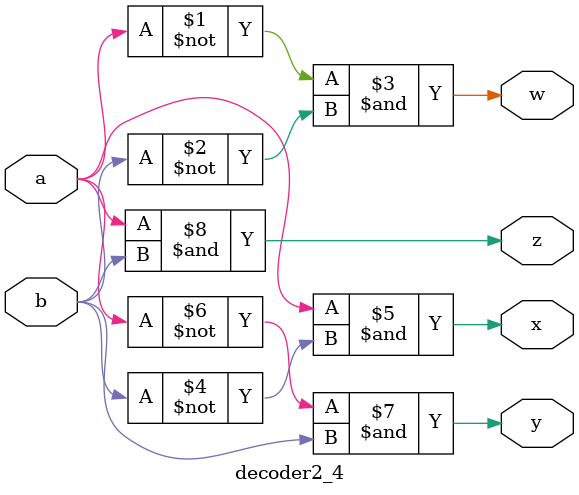
<source format=v>
`timescale 1ns / 1ps


module decoder2_4(

input wire a,b,

output wire w,x,y,z
);

assign w=(~a)&(~b);
assign x=(a)&(~b);
assign y=(~a)&(b);
assign z=(a)&(b);



endmodule

</source>
